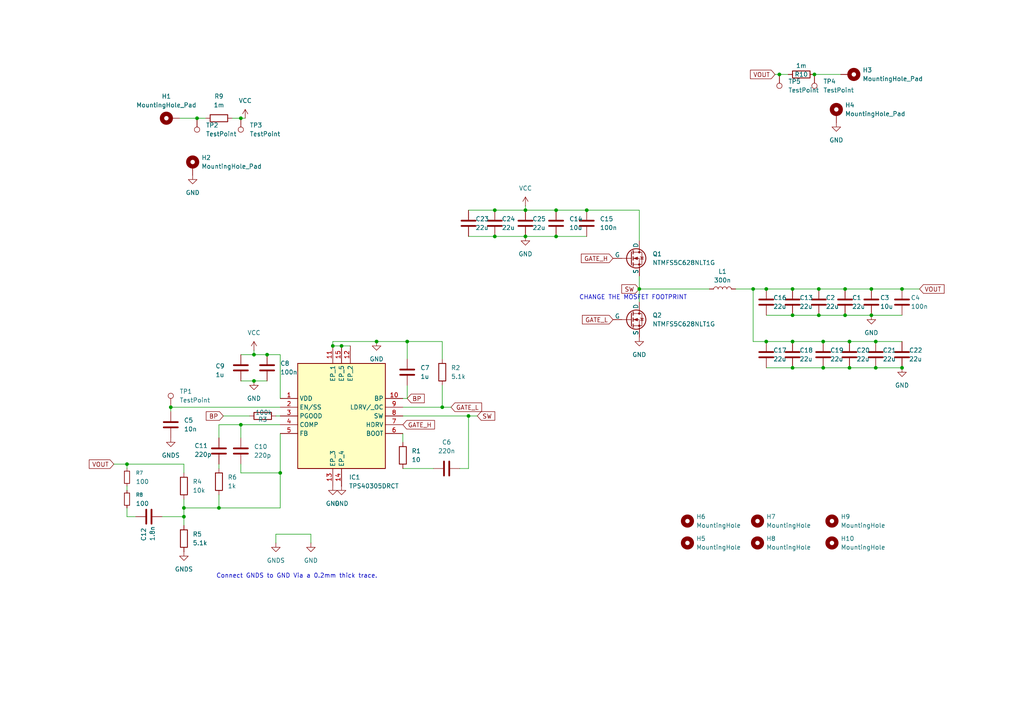
<source format=kicad_sch>
(kicad_sch (version 20250114) (generator "eeschema") (generator_version "9.0")
  (paper "A4")
  (lib_symbols
    (symbol "Connector:TestPoint" (pin_numbers (hide yes)) (pin_names (offset 0.762) (hide yes))
      (property "Reference" "TP" (at 0 6.858 0))
      (property "Value" "TestPoint" (at 0 5.08 0))
      (symbol "TestPoint_0_1"
        (circle (center 0 3.302) (radius 0.762))
      )
      (symbol "TestPoint_1_1"
        (pin passive line (at 0 0 90) (length 2.54) (name "1") (number "1"))
      )
    )
    (symbol "Converter_DCDC:TPS40305DRCT"
      (property "Reference" "IC" (at 31.75 15.24 0))
      (property "Value" "TPS40305DRCT" (at 31.75 12.7 0))
      (symbol "TPS40305DRCT_1_1"
        (rectangle (start 5.08 10.16) (end 30.48 -20.32) (stroke (width 0.254)) (fill (type background)))
        (pin passive line (at 0 0 0) (length 5.08) (name "VDD") (number "1"))
        (pin passive line (at 0 -2.54 0) (length 5.08) (name "EN/SS") (number "2"))
        (pin passive line (at 0 -5.08 0) (length 5.08) (name "PGOOD") (number "3"))
        (pin passive line (at 0 -7.62 0) (length 5.08) (name "COMP") (number "4"))
        (pin passive line (at 0 -10.16 0) (length 5.08) (name "FB") (number "5"))
        (pin passive line (at 15.24 15.24 270) (length 5.08) (name "EP_1") (number "11"))
        (pin passive line (at 15.24 -25.4 90) (length 5.08) (name "EP_3") (number "13"))
        (pin passive line (at 17.78 15.24 270) (length 5.08) (name "EP_5") (number "15"))
        (pin passive line (at 17.78 -25.4 90) (length 5.08) (name "EP_4") (number "14"))
        (pin passive line (at 20.32 15.24 270) (length 5.08) (name "EP_2") (number "12"))
        (pin passive line (at 35.56 0 180) (length 5.08) (name "BP") (number "10"))
        (pin passive line (at 35.56 -2.54 180) (length 5.08) (name "LDRV/_OC") (number "9"))
        (pin passive line (at 35.56 -5.08 180) (length 5.08) (name "SW") (number "8"))
        (pin passive line (at 35.56 -7.62 180) (length 5.08) (name "HDRV") (number "7"))
        (pin passive line (at 35.56 -10.16 180) (length 5.08) (name "BOOT") (number "6"))
      )
    )
    (symbol "Device:C" (pin_numbers (hide yes)) (pin_names (offset 0.254))
      (property "Reference" "C" (at 0.635 2.54 0))
      (property "Value" "C" (at 0.635 -2.54 0))
      (symbol "C_0_1"
        (polyline (pts (xy -2.032 0.762) (xy 2.032 0.762)) (stroke (width 0.508)))
        (polyline (pts (xy -2.032 -0.762) (xy 2.032 -0.762)) (stroke (width 0.508)))
      )
      (symbol "C_1_1"
        (pin passive line (at 0 3.81 270) (length 2.794) (name "~") (number "1"))
        (pin passive line (at 0 -3.81 90) (length 2.794) (name "~") (number "2"))
      )
    )
    (symbol "Device:L" (pin_numbers (hide yes)) (pin_names (offset 1.016) (hide yes))
      (property "Reference" "L" (at -1.27 0 90))
      (property "Value" "L" (at 1.905 0 90))
      (symbol "L_0_1"
        (arc (start 0 2.54) (mid 0.6323 1.905) (end 0 1.27))
        (arc (start 0 1.27) (mid 0.6323 0.635) (end 0 0))
        (arc (start 0 0) (mid 0.6323 -0.635) (end 0 -1.27))
        (arc (start 0 -1.27) (mid 0.6323 -1.905) (end 0 -2.54))
      )
      (symbol "L_1_1"
        (pin passive line (at 0 3.81 270) (length 1.27) (name "1") (number "1"))
        (pin passive line (at 0 -3.81 90) (length 1.27) (name "2") (number "2"))
      )
    )
    (symbol "Device:R" (pin_numbers (hide yes)) (pin_names (offset 0))
      (property "Reference" "R" (at 2.032 0 90))
      (property "Value" "R" (at 0 0 90))
      (symbol "R_0_1"
        (rectangle (start -1.016 -2.54) (end 1.016 2.54) (stroke (width 0.254)))
      )
      (symbol "R_1_1"
        (pin passive line (at 0 3.81 270) (length 1.27) (name "~") (number "1"))
        (pin passive line (at 0 -3.81 90) (length 1.27) (name "~") (number "2"))
      )
    )
    (symbol "Device:R_Small" (pin_numbers (hide yes)) (pin_names (offset 0.254) (hide yes))
      (property "Reference" "R" (at 0 0 90))
      (property "Value" "R_Small" (at 1.778 0 90))
      (symbol "R_Small_0_1"
        (rectangle (start -0.762 1.778) (end 0.762 -1.778) (stroke (width 0.2032)))
      )
      (symbol "R_Small_1_1"
        (pin passive line (at 0 2.54 270) (length 0.762) (name "~") (number "1"))
        (pin passive line (at 0 -2.54 90) (length 0.762) (name "~") (number "2"))
      )
    )
    (symbol "Mechanical:MountingHole" (pin_names (offset 1.016)) (in_bom no)
      (property "Reference" "H" (at 0 5.08 0))
      (property "Value" "MountingHole" (at 0 3.175 0))
      (symbol "MountingHole_0_1"
        (circle (center 0 0) (radius 1.27) (stroke (width 1.27)))
      )
    )
    (symbol "Mechanical:MountingHole_Pad" (pin_numbers (hide yes)) (pin_names (offset 1.016) (hide yes)) (in_bom no)
      (property "Reference" "H" (at 0 6.35 0))
      (property "Value" "MountingHole_Pad" (at 0 4.445 0))
      (symbol "MountingHole_Pad_0_1"
        (circle (center 0 1.27) (radius 1.27) (stroke (width 1.27)))
      )
      (symbol "MountingHole_Pad_1_1"
        (pin input line (at 0 -2.54 90) (length 2.54) (name "1") (number "1"))
      )
    )
    (symbol "Simulation_SPICE:NMOS" (pin_numbers (hide yes)) (pin_names (offset 0))
      (property "Reference" "Q1" (at 6.35 1.2701 0))
      (property "Value" "NMOS" (at 6.35 -1.2699 0))
      (symbol "NMOS_0_1"
        (polyline (pts (xy 0.254 1.905) (xy 0.254 -1.905)) (stroke (width 0.254)))
        (polyline (pts (xy 0.254 0) (xy -2.54 0)))
        (polyline (pts (xy 0.762 2.286) (xy 0.762 1.27)) (stroke (width 0.254)))
        (polyline (pts (xy 0.762 0.508) (xy 0.762 -0.508)) (stroke (width 0.254)))
        (polyline (pts (xy 0.762 -1.27) (xy 0.762 -2.286)) (stroke (width 0.254)))
        (polyline (pts (xy 0.762 -1.778) (xy 3.302 -1.778) (xy 3.302 1.778) (xy 0.762 1.778)))
        (polyline (pts (xy 1.016 0) (xy 2.032 0.381) (xy 2.032 -0.381) (xy 1.016 0)) (fill (type outline)))
        (circle (center 1.651 0) (radius 2.794) (stroke (width 0.254)))
        (polyline (pts (xy 2.54 2.54) (xy 2.54 1.778)))
        (circle (center 2.54 1.778) (radius 0.254) (fill (type outline)))
        (circle (center 2.54 -1.778) (radius 0.254) (fill (type outline)))
        (polyline (pts (xy 2.54 -2.54) (xy 2.54 0) (xy 0.762 0)))
        (polyline (pts (xy 2.794 0.508) (xy 2.921 0.381) (xy 3.683 0.381) (xy 3.81 0.254)))
        (polyline (pts (xy 3.302 0.381) (xy 2.921 -0.254) (xy 3.683 -0.254) (xy 3.302 0.381)))
      )
      (symbol "NMOS_1_1"
        (pin input line (at -5.08 0 0) (length 2.54) (name "G") (number "4"))
        (pin passive line (at 2.54 5.08 270) (length 2.54) (name "D") (number "5_6_7_8"))
        (pin passive line (at 2.54 -5.08 90) (length 2.54) (name "S") (number "1"))
        (pin passive line (at 2.54 -5.08 90) (length 2.54) (name "S") (number "2"))
        (pin passive line (at 2.54 -5.08 90) (length 2.54) (name "S") (number "3"))
      )
    )
    (symbol "power:GND" (power) (pin_numbers (hide yes)) (pin_names (offset 0) (hide yes))
      (property "Value" "GND" (at 0 -3.81 0))
      (symbol "GND_0_1"
        (polyline (pts (xy 0 0) (xy 0 -1.27) (xy 1.27 -1.27) (xy 0 -2.54) (xy -1.27 -1.27) (xy 0 -1.27)))
      )
      (symbol "GND_1_1"
        (pin power_in line (at 0 0 270) (length 0) (name "~") (number "1"))
      )
    )
    (symbol "power:GNDS" (power) (pin_numbers (hide yes)) (pin_names (offset 0) (hide yes))
      (property "Value" "GNDS" (at 0 -3.81 0))
      (symbol "GNDS_0_1"
        (polyline (pts (xy 0 0) (xy 0 -1.27) (xy 1.27 -1.27) (xy 0 -2.54) (xy -1.27 -1.27) (xy 0 -1.27)))
      )
      (symbol "GNDS_1_1"
        (pin power_in line (at 0 0 270) (length 0) (name "~") (number "1"))
      )
    )
    (symbol "power:VCC" (power) (pin_numbers (hide yes)) (pin_names (offset 0) (hide yes))
      (property "Value" "VCC" (at 0 3.556 0))
      (symbol "VCC_0_1"
        (polyline (pts (xy -0.762 1.27) (xy 0 2.54)))
        (polyline (pts (xy 0 2.54) (xy 0.762 1.27)))
        (polyline (pts (xy 0 0) (xy 0 2.54)))
      )
      (symbol "VCC_1_1"
        (pin power_in line (at 0 0 90) (length 0) (name "~") (number "1"))
      )
    )
  )
  (text "Connect GNDS to GND Via a 0.2mm thick trace." (at 86.106 167.132 0) (effects (font (size 1.27 1.27))))
  (text "CHANGE THE MOSFET FOOTPRINT" (at 183.642 86.36 0) (effects (font (size 1.27 1.27))))
  (junction (at 229.87 91.44))
  (junction (at 237.49 83.82))
  (junction (at 109.22 99.06))
  (junction (at 261.62 83.82))
  (junction (at 226.06 21.59))
  (junction (at 96.52 100.33))
  (junction (at 49.53 118.11))
  (junction (at 143.51 60.96))
  (junction (at 128.27 118.11))
  (junction (at 143.51 68.58))
  (junction (at 252.73 91.44))
  (junction (at 246.38 106.68))
  (junction (at 69.85 34.29))
  (junction (at 254 106.68))
  (junction (at 254 99.06))
  (junction (at 161.29 60.96))
  (junction (at 99.06 100.33))
  (junction (at 81.28 137.16))
  (junction (at 185.42 83.82))
  (junction (at 73.66 110.49))
  (junction (at 261.62 106.68))
  (junction (at 69.85 123.19))
  (junction (at 222.25 99.06))
  (junction (at 238.76 106.68))
  (junction (at 252.73 83.82))
  (junction (at 229.87 99.06))
  (junction (at 246.38 99.06))
  (junction (at 73.66 102.87))
  (junction (at 238.76 99.06))
  (junction (at 170.18 60.96))
  (junction (at 152.4 68.58))
  (junction (at 77.47 102.87))
  (junction (at 222.25 83.82))
  (junction (at 236.22 21.59))
  (junction (at 229.87 83.82))
  (junction (at 245.11 91.44))
  (junction (at 36.83 134.62))
  (junction (at 229.87 106.68))
  (junction (at 63.5 147.32))
  (junction (at 161.29 68.58))
  (junction (at 135.89 120.65))
  (junction (at 53.34 147.32))
  (junction (at 245.11 83.82))
  (junction (at 218.44 83.82))
  (junction (at 118.11 99.06))
  (junction (at 53.34 149.86))
  (junction (at 57.15 34.29))
  (junction (at 237.49 91.44))
  (junction (at 152.4 60.96))
  (wire (pts (xy 218.44 83.82) (xy 222.25 83.82)))
  (wire (pts (xy 237.49 91.44) (xy 245.11 91.44)))
  (wire (pts (xy 152.4 59.69) (xy 152.4 60.96)))
  (wire (pts (xy 118.11 111.76) (xy 118.11 115.57)))
  (wire (pts (xy 128.27 111.76) (xy 128.27 118.11)))
  (wire (pts (xy 143.51 68.58) (xy 152.4 68.58)))
  (wire (pts (xy 245.11 91.44) (xy 252.73 91.44)))
  (wire (pts (xy 222.25 99.06) (xy 229.87 99.06)))
  (wire (pts (xy 69.85 34.29) (xy 67.31 34.29)))
  (wire (pts (xy 80.01 157.48) (xy 80.01 154.94)))
  (wire (pts (xy 245.11 83.82) (xy 252.73 83.82)))
  (wire (pts (xy 236.22 21.59) (xy 243.84 21.59)))
  (wire (pts (xy 73.66 101.6) (xy 73.66 102.87)))
  (wire (pts (xy 254 99.06) (xy 261.62 99.06)))
  (wire (pts (xy 135.89 135.89) (xy 135.89 120.65)))
  (wire (pts (xy 73.66 110.49) (xy 77.47 110.49)))
  (wire (pts (xy 73.66 102.87) (xy 77.47 102.87)))
  (wire (pts (xy 128.27 99.06) (xy 118.11 99.06)))
  (wire (pts (xy 53.34 147.32) (xy 63.5 147.32)))
  (wire (pts (xy 116.84 135.89) (xy 125.73 135.89)))
  (wire (pts (xy 118.11 99.06) (xy 109.22 99.06)))
  (wire (pts (xy 63.5 143.51) (xy 63.5 147.32)))
  (wire (pts (xy 246.38 99.06) (xy 254 99.06)))
  (wire (pts (xy 63.5 127) (xy 63.5 123.19)))
  (wire (pts (xy 81.28 125.73) (xy 81.28 137.16)))
  (wire (pts (xy 261.62 91.44) (xy 252.73 91.44)))
  (wire (pts (xy 63.5 134.62) (xy 63.5 135.89)))
  (wire (pts (xy 213.36 83.82) (xy 218.44 83.82)))
  (wire (pts (xy 254 106.68) (xy 261.62 106.68)))
  (wire (pts (xy 63.5 123.19) (xy 69.85 123.19)))
  (wire (pts (xy 135.89 68.58) (xy 143.51 68.58)))
  (wire (pts (xy 152.4 68.58) (xy 161.29 68.58)))
  (wire (pts (xy 185.42 60.96) (xy 185.42 69.85)))
  (wire (pts (xy 69.85 110.49) (xy 73.66 110.49)))
  (wire (pts (xy 46.99 149.86) (xy 53.34 149.86)))
  (wire (pts (xy 96.52 100.33) (xy 99.06 100.33)))
  (wire (pts (xy 116.84 118.11) (xy 128.27 118.11)))
  (wire (pts (xy 63.5 147.32) (xy 81.28 147.32)))
  (wire (pts (xy 246.38 106.68) (xy 254 106.68)))
  (wire (pts (xy 69.85 134.62) (xy 69.85 137.16)))
  (wire (pts (xy 53.34 144.78) (xy 53.34 147.32)))
  (wire (pts (xy 109.22 99.06) (xy 96.52 99.06)))
  (wire (pts (xy 99.06 100.33) (xy 101.6 100.33)))
  (wire (pts (xy 118.11 104.14) (xy 118.11 99.06)))
  (wire (pts (xy 170.18 60.96) (xy 185.42 60.96)))
  (wire (pts (xy 90.17 154.94) (xy 90.17 157.48)))
  (wire (pts (xy 53.34 149.86) (xy 53.34 147.32)))
  (wire (pts (xy 77.47 102.87) (xy 81.28 102.87)))
  (wire (pts (xy 218.44 83.82) (xy 218.44 99.06)))
  (wire (pts (xy 36.83 149.86) (xy 39.37 149.86)))
  (wire (pts (xy 96.52 99.06) (xy 96.52 100.33)))
  (wire (pts (xy 133.35 135.89) (xy 135.89 135.89)))
  (wire (pts (xy 135.89 60.96) (xy 143.51 60.96)))
  (wire (pts (xy 80.01 154.94) (xy 90.17 154.94)))
  (wire (pts (xy 116.84 125.73) (xy 116.84 128.27)))
  (wire (pts (xy 229.87 91.44) (xy 237.49 91.44)))
  (wire (pts (xy 80.01 120.65) (xy 81.28 120.65)))
  (wire (pts (xy 36.83 134.62) (xy 53.34 134.62)))
  (wire (pts (xy 53.34 134.62) (xy 53.34 137.16)))
  (wire (pts (xy 69.85 137.16) (xy 81.28 137.16)))
  (wire (pts (xy 252.73 83.82) (xy 261.62 83.82)))
  (wire (pts (xy 116.84 120.65) (xy 135.89 120.65)))
  (wire (pts (xy 135.89 120.65) (xy 138.43 120.65)))
  (wire (pts (xy 64.77 120.65) (xy 72.39 120.65)))
  (wire (pts (xy 128.27 118.11) (xy 130.81 118.11)))
  (wire (pts (xy 69.85 123.19) (xy 81.28 123.19)))
  (wire (pts (xy 222.25 91.44) (xy 229.87 91.44)))
  (wire (pts (xy 218.44 99.06) (xy 222.25 99.06)))
  (wire (pts (xy 118.11 115.57) (xy 116.84 115.57)))
  (wire (pts (xy 49.53 118.11) (xy 49.53 119.38)))
  (wire (pts (xy 69.85 127) (xy 69.85 123.19)))
  (wire (pts (xy 161.29 68.58) (xy 170.18 68.58)))
  (wire (pts (xy 229.87 99.06) (xy 238.76 99.06)))
  (wire (pts (xy 143.51 60.96) (xy 152.4 60.96)))
  (wire (pts (xy 238.76 99.06) (xy 246.38 99.06)))
  (wire (pts (xy 59.69 34.29) (xy 57.15 34.29)))
  (wire (pts (xy 161.29 60.96) (xy 170.18 60.96)))
  (wire (pts (xy 33.02 134.62) (xy 36.83 134.62)))
  (wire (pts (xy 152.4 60.96) (xy 161.29 60.96)))
  (wire (pts (xy 261.62 83.82) (xy 266.7 83.82)))
  (wire (pts (xy 205.74 83.82) (xy 185.42 83.82)))
  (wire (pts (xy 81.28 102.87) (xy 81.28 115.57)))
  (wire (pts (xy 226.06 21.59) (xy 228.6 21.59)))
  (wire (pts (xy 222.25 83.82) (xy 229.87 83.82)))
  (wire (pts (xy 222.25 106.68) (xy 229.87 106.68)))
  (wire (pts (xy 224.79 21.59) (xy 226.06 21.59)))
  (wire (pts (xy 238.76 106.68) (xy 246.38 106.68)))
  (wire (pts (xy 237.49 83.82) (xy 245.11 83.82)))
  (wire (pts (xy 185.42 80.01) (xy 185.42 83.82)))
  (wire (pts (xy 53.34 149.86) (xy 53.34 152.4)))
  (wire (pts (xy 36.83 134.62) (xy 36.83 135.89)))
  (wire (pts (xy 185.42 83.82) (xy 185.42 87.63)))
  (wire (pts (xy 57.15 34.29) (xy 52.07 34.29)))
  (wire (pts (xy 128.27 104.14) (xy 128.27 99.06)))
  (wire (pts (xy 36.83 149.86) (xy 36.83 147.32)))
  (wire (pts (xy 69.85 102.87) (xy 73.66 102.87)))
  (wire (pts (xy 36.83 140.97) (xy 36.83 142.24)))
  (wire (pts (xy 81.28 137.16) (xy 81.28 147.32)))
  (wire (pts (xy 229.87 83.82) (xy 237.49 83.82)))
  (wire (pts (xy 81.28 118.11) (xy 49.53 118.11)))
  (wire (pts (xy 229.87 106.68) (xy 238.76 106.68)))
  (wire (pts (xy 71.12 34.29) (xy 69.85 34.29)))
  (global_label "BP" (shape input) (at 118.11 115.57 0) (property "Intersheetrefs" "${INTERSHEET_REFS}" (effects (hide yes))))
  (global_label "SW" (shape input) (at 185.42 83.82 180) (property "Intersheetrefs" "${INTERSHEET_REFS}" (effects (hide yes))))
  (global_label "GATE_H" (shape input) (at 177.8 74.93 180) (property "Intersheetrefs" "${INTERSHEET_REFS}" (effects (hide yes))))
  (global_label "BP" (shape input) (at 64.77 120.65 180) (property "Intersheetrefs" "${INTERSHEET_REFS}" (effects (hide yes))))
  (global_label "VOUT" (shape input) (at 33.02 134.62 180) (property "Intersheetrefs" "${INTERSHEET_REFS}" (effects (hide yes))))
  (global_label "VOUT" (shape input) (at 266.7 83.82 0) (property "Intersheetrefs" "${INTERSHEET_REFS}" (effects (hide yes))))
  (global_label "GATE_L" (shape input) (at 177.8 92.71 180) (property "Intersheetrefs" "${INTERSHEET_REFS}" (effects (hide yes))))
  (global_label "SW" (shape input) (at 138.43 120.65 0) (property "Intersheetrefs" "${INTERSHEET_REFS}" (effects (hide yes))))
  (global_label "GATE_L" (shape input) (at 130.81 118.11 0) (property "Intersheetrefs" "${INTERSHEET_REFS}" (effects (hide yes))))
  (global_label "GATE_H" (shape input) (at 116.84 123.19 0) (property "Intersheetrefs" "${INTERSHEET_REFS}" (effects (hide yes))))
  (global_label "VOUT" (shape input) (at 224.79 21.59 180) (property "Intersheetrefs" "${INTERSHEET_REFS}" (effects (hide yes))))
  (symbol (lib_id "power:GND") (at 185.42 97.79 0) (unit 1)
    (property "Reference" "#PWR01" (effects (hide yes)))
    (property "Value" "GND" (at 185.42 102.87 0))
    (property "Description" "Power symbol creates a global label with name \"GND\" , ground" (effects (hide yes)))
  )
  (symbol (lib_id "Connector:TestPoint") (at 69.85 34.29 180) (unit 1)
    (property "Reference" "TP3" (at 72.4076 36.3219 0) (effects (justify right)))
    (property "Value" "TestPoint" (at 72.4076 38.8619 0) (effects (justify right)))
    (property "Footprint" "TestPoint:TestPoint_Pad_D2.0mm" (effects (hide yes)))
    (property "Description" "test point" (effects (hide yes)))
  )
  (symbol (lib_id "power:GND") (at 109.22 99.06 0) (unit 1)
    (property "Reference" "#PWR010" (effects (hide yes)))
    (property "Value" "GND" (at 109.22 104.14 0))
    (property "Description" "Power symbol creates a global label with name \"GND\" , ground" (effects (hide yes)))
  )
  (symbol (lib_id "Device:C") (at 229.87 102.87 0) (unit 1)
    (property "Reference" "C18" (at 231.902 101.6 0) (effects (justify left)))
    (property "Value" "22u" (at 231.902 104.14 0) (effects (justify left)))
    (property "Footprint" "Capacitor_SMD:C_0805_2012Metric" (effects (hide yes)))
    (property "Description" "Unpolarized capacitor" (effects (hide yes)))
  )
  (symbol (lib_id "Mechanical:MountingHole_Pad") (at 55.88 48.26 0) (unit 1) (in_bom no)
    (property "Reference" "H2" (at 58.42 45.7199 0) (effects (justify left)))
    (property "Value" "MountingHole_Pad" (at 58.42 48.2599 0) (effects (justify left)))
    (property "Footprint" "MountingHole:MountingHole_2.5mm_Pad_Via" (effects (hide yes)))
    (property "Description" "Mounting Hole with connection" (effects (hide yes)))
  )
  (symbol (lib_id "Device:C") (at 261.62 87.63 0) (unit 1)
    (property "Reference" "C4" (at 264.16 86.36 0) (effects (justify left)))
    (property "Value" "100n" (at 264.16 88.9 0) (effects (justify left)))
    (property "Footprint" "Capacitor_SMD:C_0402_1005Metric" (effects (hide yes)))
    (property "Description" "Unpolarized capacitor" (effects (hide yes)))
  )
  (symbol (lib_id "Connector:TestPoint") (at 49.53 118.11 0) (unit 1)
    (property "Reference" "TP1" (at 52.07 113.5379 0) (effects (justify left)))
    (property "Value" "TestPoint" (at 52.07 116.0779 0) (effects (justify left)))
    (property "Footprint" "TestPoint:TestPoint_Pad_D1.0mm" (effects (hide yes)))
    (property "Description" "test point" (effects (hide yes)))
  )
  (symbol (lib_id "Device:C") (at 43.18 149.86 90) (unit 1)
    (property "Reference" "C12" (at 41.656 156.972 0) (effects (justify left)))
    (property "Value" "1.8n" (at 44.196 156.972 0) (effects (justify left)))
    (property "Footprint" "Capacitor_SMD:C_0402_1005Metric" (effects (hide yes)))
    (property "Description" "Unpolarized capacitor" (effects (hide yes)))
  )
  (symbol (lib_id "Device:C") (at 238.76 102.87 0) (unit 1)
    (property "Reference" "C19" (at 240.792 101.6 0) (effects (justify left)))
    (property "Value" "22u" (at 240.792 104.14 0) (effects (justify left)))
    (property "Footprint" "Capacitor_SMD:C_0805_2012Metric" (effects (hide yes)))
    (property "Description" "Unpolarized capacitor" (effects (hide yes)))
  )
  (symbol (lib_id "Device:C") (at 135.89 64.77 0) (unit 1)
    (property "Reference" "C23" (at 137.922 63.5 0) (effects (justify left)))
    (property "Value" "22u" (at 137.922 66.04 0) (effects (justify left)))
    (property "Footprint" "Capacitor_SMD:C_0805_2012Metric" (effects (hide yes)))
    (property "Description" "Unpolarized capacitor" (effects (hide yes)))
  )
  (symbol (lib_id "Connector:TestPoint") (at 236.22 21.59 180) (unit 1)
    (property "Reference" "TP4" (at 238.7776 23.6219 0) (effects (justify right)))
    (property "Value" "TestPoint" (at 238.7776 26.1619 0) (effects (justify right)))
    (property "Footprint" "TestPoint:TestPoint_Pad_D2.0mm" (effects (hide yes)))
    (property "Description" "test point" (effects (hide yes)))
  )
  (symbol (lib_id "Connector:TestPoint") (at 226.06 21.59 180) (unit 1)
    (property "Reference" "TP5" (at 228.6176 23.6219 0) (effects (justify right)))
    (property "Value" "TestPoint" (at 228.6176 26.1619 0) (effects (justify right)))
    (property "Footprint" "TestPoint:TestPoint_Pad_D2.0mm" (effects (hide yes)))
    (property "Description" "test point" (effects (hide yes)))
  )
  (symbol (lib_id "Device:C") (at 222.25 87.63 0) (unit 1)
    (property "Reference" "C16" (at 224.282 86.36 0) (effects (justify left)))
    (property "Value" "22u" (at 224.282 88.9 0) (effects (justify left)))
    (property "Footprint" "Capacitor_SMD:C_0805_2012Metric" (effects (hide yes)))
    (property "Description" "Unpolarized capacitor" (effects (hide yes)))
  )
  (symbol (lib_id "Device:L") (at 209.55 83.82 90) (unit 1)
    (property "Reference" "L1" (at 209.55 78.74 90))
    (property "Value" "300n" (at 209.55 81.28 90))
    (property "Description" "Inductor" (effects (hide yes)))
  )
  (symbol (lib_id "power:GND") (at 99.06 140.97 0) (unit 1)
    (property "Reference" "#PWR09" (effects (hide yes)))
    (property "Value" "GND" (at 99.06 146.05 0))
    (property "Description" "Power symbol creates a global label with name \"GND\" , ground" (effects (hide yes)))
  )
  (symbol (lib_id "Connector:TestPoint") (at 57.15 34.29 180) (unit 1)
    (property "Reference" "TP2" (at 59.7076 36.3219 0) (effects (justify right)))
    (property "Value" "TestPoint" (at 59.7076 38.8619 0) (effects (justify right)))
    (property "Footprint" "TestPoint:TestPoint_Pad_D2.0mm" (effects (hide yes)))
    (property "Description" "test point" (effects (hide yes)))
  )
  (symbol (lib_id "Mechanical:MountingHole") (at 199.39 157.48 0) (unit 1) (in_bom no)
    (property "Reference" "H5" (at 201.93 156.2099 0) (effects (justify left)))
    (property "Value" "MountingHole" (at 201.93 158.7499 0) (effects (justify left)))
    (property "Footprint" "MountingHole:MountingHole_2.5mm" (effects (hide yes)))
    (property "Description" "Mounting Hole without connection" (effects (hide yes)))
  )
  (symbol (lib_id "power:GNDS") (at 53.34 160.02 0) (unit 1)
    (property "Reference" "#PWR015" (effects (hide yes)))
    (property "Value" "GNDS" (at 53.34 165.1 0))
    (property "Description" "Power symbol creates a global label with name \"GNDS\" , signal ground" (effects (hide yes)))
  )
  (symbol (lib_id "power:GND") (at 73.66 110.49 0) (unit 1)
    (property "Reference" "#PWR011" (effects (hide yes)))
    (property "Value" "GND" (at 73.66 115.57 0))
    (property "Description" "Power symbol creates a global label with name \"GND\" , ground" (effects (hide yes)))
  )
  (symbol (lib_id "Mechanical:MountingHole_Pad") (at 49.53 34.29 90) (unit 1) (in_bom no)
    (property "Reference" "H1" (at 48.26 27.94 90))
    (property "Value" "MountingHole_Pad" (at 48.26 30.48 90))
    (property "Footprint" "MountingHole:MountingHole_2.5mm_Pad_Via" (effects (hide yes)))
    (property "Description" "Mounting Hole with connection" (effects (hide yes)))
  )
  (symbol (lib_id "Device:C") (at 237.49 87.63 0) (unit 1)
    (property "Reference" "C2" (at 239.522 86.36 0) (effects (justify left)))
    (property "Value" "22u" (at 239.522 88.9 0) (effects (justify left)))
    (property "Footprint" "Capacitor_SMD:C_0805_2012Metric" (effects (hide yes)))
    (property "Description" "Unpolarized capacitor" (effects (hide yes)))
  )
  (symbol (lib_id "Device:C") (at 69.85 106.68 0) (unit 1)
    (property "Reference" "C9" (at 62.484 106.172 0) (effects (justify left)))
    (property "Value" "1u" (at 62.484 108.712 0) (effects (justify left)))
    (property "Footprint" "Capacitor_SMD:C_0402_1005Metric" (effects (hide yes)))
    (property "Description" "Unpolarized capacitor" (effects (hide yes)))
  )
  (symbol (lib_id "power:VCC") (at 73.66 101.6 0) (unit 1)
    (property "Reference" "#PWR06" (effects (hide yes)))
    (property "Value" "VCC" (at 73.66 96.52 0))
    (property "Description" "Power symbol creates a global label with name \"VCC\"" (effects (hide yes)))
  )
  (symbol (lib_id "Device:C") (at 143.51 64.77 0) (unit 1)
    (property "Reference" "C24" (at 145.542 63.5 0) (effects (justify left)))
    (property "Value" "22u" (at 145.542 66.04 0) (effects (justify left)))
    (property "Footprint" "Capacitor_SMD:C_0805_2012Metric" (effects (hide yes)))
    (property "Description" "Unpolarized capacitor" (effects (hide yes)))
  )
  (symbol (lib_id "Simulation_SPICE:NMOS") (at 182.88 92.71 0) (unit 1)
    (property "Reference" "Q2" (at 189.23 91.4399 0) (effects (justify left)))
    (property "Value" "NTMFS5C628NLT1G" (at 189.23 93.9799 0) (effects (justify left)))
    (property "Footprint" "imported:TRANS_AONR21307" (effects (hide yes)))
    (property "Datasheet" "https://ngspice.sourceforge.io/docs/ngspice-html-manual/manual.xhtml#cha_MOSFETs" (effects (hide yes)))
    (property "Description" "N-MOSFET transistor, drain/source/gate" (effects (hide yes)))
    (property "Sim.Device" "NMOS" (effects (hide yes)))
    (property "Sim.Type" "VDMOS" (effects (hide yes)))
    (property "Sim.Pins" "1=D 2=G 3=S" (effects (hide yes)))
  )
  (symbol (lib_id "power:VCC") (at 152.4 59.69 0) (unit 1)
    (property "Reference" "#PWR04" (effects (hide yes)))
    (property "Value" "VCC" (at 152.4 54.61 0))
    (property "Description" "Power symbol creates a global label with name \"VCC\"" (effects (hide yes)))
  )
  (symbol (lib_id "Mechanical:MountingHole_Pad") (at 246.38 21.59 270) (unit 1) (in_bom no)
    (property "Reference" "H3" (at 250.19 20.3199 90) (effects (justify left)))
    (property "Value" "MountingHole_Pad" (at 250.19 22.8599 90) (effects (justify left)))
    (property "Footprint" "MountingHole:MountingHole_2.5mm_Pad_Via" (effects (hide yes)))
    (property "Description" "Mounting Hole with connection" (effects (hide yes)))
  )
  (symbol (lib_id "Device:C") (at 261.62 102.87 0) (unit 1)
    (property "Reference" "C22" (at 263.652 101.6 0) (effects (justify left)))
    (property "Value" "22u" (at 263.652 104.14 0) (effects (justify left)))
    (property "Footprint" "Capacitor_SMD:C_0805_2012Metric" (effects (hide yes)))
    (property "Description" "Unpolarized capacitor" (effects (hide yes)))
  )
  (symbol (lib_id "power:GNDS") (at 49.53 127 0) (unit 1)
    (property "Reference" "#PWR07" (effects (hide yes)))
    (property "Value" "GNDS" (at 49.53 132.08 0))
    (property "Description" "Power symbol creates a global label with name \"GNDS\" , signal ground" (effects (hide yes)))
  )
  (symbol (lib_id "power:GNDS") (at 80.01 157.48 0) (unit 1)
    (property "Reference" "#PWR012" (effects (hide yes)))
    (property "Value" "GNDS" (at 80.01 162.56 0))
    (property "Description" "Power symbol creates a global label with name \"GNDS\" , signal ground" (effects (hide yes)))
  )
  (symbol (lib_id "Mechanical:MountingHole") (at 241.3 151.13 0) (unit 1) (in_bom no)
    (property "Reference" "H9" (at 243.84 149.8599 0) (effects (justify left)))
    (property "Value" "MountingHole" (at 243.84 152.3999 0) (effects (justify left)))
    (property "Footprint" "MountingHole:MountingHole_2.5mm" (effects (hide yes)))
    (property "Description" "Mounting Hole without connection" (effects (hide yes)))
  )
  (symbol (lib_id "Device:C") (at 69.85 130.81 0) (unit 1)
    (property "Reference" "C10" (at 73.66 129.5399 0) (effects (justify left)))
    (property "Value" "220p" (at 73.66 132.0799 0) (effects (justify left)))
    (property "Footprint" "Capacitor_SMD:C_0402_1005Metric" (effects (hide yes)))
    (property "Description" "Unpolarized capacitor" (effects (hide yes)))
  )
  (symbol (lib_id "power:GND") (at 261.62 106.68 0) (unit 1)
    (property "Reference" "#PWR03" (effects (hide yes)))
    (property "Value" "GND" (at 261.62 111.76 0))
    (property "Description" "Power symbol creates a global label with name \"GND\" , ground" (effects (hide yes)))
  )
  (symbol (lib_id "Mechanical:MountingHole") (at 241.3 157.48 0) (unit 1) (in_bom no)
    (property "Reference" "H10" (at 243.84 156.2099 0) (effects (justify left)))
    (property "Value" "MountingHole" (at 243.84 158.7499 0) (effects (justify left)))
    (property "Footprint" "MountingHole:MountingHole_2.5mm" (effects (hide yes)))
    (property "Description" "Mounting Hole without connection" (effects (hide yes)))
  )
  (symbol (lib_id "Device:C") (at 77.47 106.68 0) (unit 1)
    (property "Reference" "C8" (at 81.28 105.4099 0) (effects (justify left)))
    (property "Value" "100n" (at 81.28 107.9499 0) (effects (justify left)))
    (property "Footprint" "Capacitor_SMD:C_0402_1005Metric" (effects (hide yes)))
    (property "Description" "Unpolarized capacitor" (effects (hide yes)))
  )
  (symbol (lib_id "Device:C") (at 252.73 87.63 0) (unit 1)
    (property "Reference" "C3" (at 255.27 86.36 0) (effects (justify left)))
    (property "Value" "10u" (at 255.27 88.9 0) (effects (justify left)))
    (property "Footprint" "Capacitor_SMD:C_0603_1608Metric" (effects (hide yes)))
    (property "Description" "Unpolarized capacitor" (effects (hide yes)))
  )
  (symbol (lib_id "Device:R") (at 232.41 21.59 270) (unit 1)
    (property "Reference" "R10" (at 232.41 21.59 90))
    (property "Value" "1m" (at 232.41 19.05 90))
    (property "Footprint" "Resistor_SMD:R_1206_3216Metric" (effects (hide yes)))
    (property "Description" "Resistor" (effects (hide yes)))
  )
  (symbol (lib_id "Device:C") (at 229.87 87.63 0) (unit 1)
    (property "Reference" "C13" (at 231.902 86.36 0) (effects (justify left)))
    (property "Value" "22u" (at 231.902 88.9 0) (effects (justify left)))
    (property "Footprint" "Capacitor_SMD:C_0805_2012Metric" (effects (hide yes)))
    (property "Description" "Unpolarized capacitor" (effects (hide yes)))
  )
  (symbol (lib_id "Device:C") (at 170.18 64.77 0) (unit 1)
    (property "Reference" "C15" (at 173.99 63.4999 0) (effects (justify left)))
    (property "Value" "100n" (at 173.99 66.0399 0) (effects (justify left)))
    (property "Footprint" "Capacitor_SMD:C_0402_1005Metric" (effects (hide yes)))
    (property "Description" "Unpolarized capacitor" (effects (hide yes)))
  )
  (symbol (lib_id "Mechanical:MountingHole") (at 199.39 151.13 0) (unit 1) (in_bom no)
    (property "Reference" "H6" (at 201.93 149.8599 0) (effects (justify left)))
    (property "Value" "MountingHole" (at 201.93 152.3999 0) (effects (justify left)))
    (property "Footprint" "MountingHole:MountingHole_2.5mm" (effects (hide yes)))
    (property "Description" "Mounting Hole without connection" (effects (hide yes)))
  )
  (symbol (lib_id "Converter_DCDC:TPS40305DRCT") (at 81.28 115.57 0) (unit 1)
    (property "Reference" "IC1" (at 101.2033 138.43 0) (effects (justify left)))
    (property "Value" "TPS40305DRCT" (at 101.2033 140.97 0) (effects (justify left)))
    (property "Footprint" "imported:TPS40305DRCT" (effects (hide yes)))
    (property "Datasheet" "https://www.ti.com/lit/gpn/tps40305?HQS=ti-null-null-sf-df-pf-sep-wwe&DCM=yes?hkey=EF798316E3902B6ED9A73243A3159BB0" (effects (hide yes)))
    (property "Description" "3-20V Synchronous Buck Controller VSON10" (effects (hide yes)))
    (property "Height" "1" (effects (hide yes)))
    (property "Mouser Part Number" "595-TPS40305DRCT" (effects (hide yes)))
    (property "Mouser Price/Stock" "https://www.mouser.co.uk/ProductDetail/Texas-Instruments/TPS40305DRCT?qs=%2Fqzd9s%252BcLd6HGzrp6N31Wg%3D%3D" (effects (hide yes)))
    (property "Manufacturer_Name" "Texas Instruments" (effects (hide yes)))
    (property "Manufacturer_Part_Number" "TPS40305DRCT" (effects (hide yes)))
  )
  (symbol (lib_id "power:GND") (at 55.88 50.8 0) (unit 1)
    (property "Reference" "#PWR017" (effects (hide yes)))
    (property "Value" "GND" (at 55.88 55.88 0))
    (property "Description" "Power symbol creates a global label with name \"GND\" , ground" (effects (hide yes)))
  )
  (symbol (lib_id "Device:C") (at 63.5 130.81 0) (unit 1)
    (property "Reference" "C11" (at 56.388 129.286 0) (effects (justify left)))
    (property "Value" "220p" (at 56.388 131.826 0) (effects (justify left)))
    (property "Footprint" "Capacitor_SMD:C_0402_1005Metric" (effects (hide yes)))
    (property "Description" "Unpolarized capacitor" (effects (hide yes)))
  )
  (symbol (lib_id "Device:C") (at 152.4 64.77 0) (unit 1)
    (property "Reference" "C25" (at 154.432 63.5 0) (effects (justify left)))
    (property "Value" "22u" (at 154.432 66.04 0) (effects (justify left)))
    (property "Footprint" "Capacitor_SMD:C_0805_2012Metric" (effects (hide yes)))
    (property "Description" "Unpolarized capacitor" (effects (hide yes)))
  )
  (symbol (lib_id "Device:C") (at 254 102.87 0) (unit 1)
    (property "Reference" "C21" (at 256.032 101.6 0) (effects (justify left)))
    (property "Value" "22u" (at 256.032 104.14 0) (effects (justify left)))
    (property "Footprint" "Capacitor_SMD:C_0805_2012Metric" (effects (hide yes)))
    (property "Description" "Unpolarized capacitor" (effects (hide yes)))
  )
  (symbol (lib_id "Device:R") (at 128.27 107.95 0) (unit 1)
    (property "Reference" "R2" (at 130.81 106.6799 0) (effects (justify left)))
    (property "Value" "5.1k" (at 130.81 109.2199 0) (effects (justify left)))
    (property "Footprint" "Resistor_SMD:R_0402_1005Metric" (effects (hide yes)))
    (property "Description" "Resistor" (effects (hide yes)))
  )
  (symbol (lib_id "Device:C") (at 129.54 135.89 90) (unit 1)
    (property "Reference" "C6" (at 129.54 128.27 90))
    (property "Value" "220n" (at 129.54 130.81 90))
    (property "Footprint" "Capacitor_SMD:C_0402_1005Metric" (effects (hide yes)))
    (property "Description" "Unpolarized capacitor" (effects (hide yes)))
  )
  (symbol (lib_id "power:GND") (at 252.73 91.44 0) (unit 1)
    (property "Reference" "#PWR05" (effects (hide yes)))
    (property "Value" "GND" (at 252.73 96.52 0))
    (property "Description" "Power symbol creates a global label with name \"GND\" , ground" (effects (hide yes)))
  )
  (symbol (lib_id "Device:R") (at 116.84 132.08 0) (unit 1)
    (property "Reference" "R1" (at 119.38 130.8099 0) (effects (justify left)))
    (property "Value" "10" (at 119.38 133.3499 0) (effects (justify left)))
    (property "Footprint" "Resistor_SMD:R_0402_1005Metric" (effects (hide yes)))
    (property "Description" "Resistor" (effects (hide yes)))
  )
  (symbol (lib_id "Device:C") (at 49.53 123.19 0) (unit 1)
    (property "Reference" "C5" (at 53.34 121.9199 0) (effects (justify left)))
    (property "Value" "10n" (at 53.34 124.4599 0) (effects (justify left)))
    (property "Footprint" "Capacitor_SMD:C_0402_1005Metric" (effects (hide yes)))
    (property "Description" "Unpolarized capacitor" (effects (hide yes)))
  )
  (symbol (lib_id "Device:R") (at 76.2 120.65 270) (unit 1)
    (property "Reference" "R3" (at 76.2 121.666 90))
    (property "Value" "100k" (at 76.454 119.634 90))
    (property "Footprint" "Resistor_SMD:R_0402_1005Metric" (effects (hide yes)))
    (property "Description" "Resistor" (effects (hide yes)))
  )
  (symbol (lib_id "Mechanical:MountingHole_Pad") (at 242.57 33.02 0) (unit 1) (in_bom no)
    (property "Reference" "H4" (at 245.11 30.4799 0) (effects (justify left)))
    (property "Value" "MountingHole_Pad" (at 245.11 33.0199 0) (effects (justify left)))
    (property "Footprint" "MountingHole:MountingHole_2.5mm_Pad_Via" (effects (hide yes)))
    (property "Description" "Mounting Hole with connection" (effects (hide yes)))
  )
  (symbol (lib_id "Device:R") (at 63.5 34.29 90) (unit 1)
    (property "Reference" "R9" (at 63.5 27.94 90))
    (property "Value" "1m" (at 63.5 30.48 90))
    (property "Footprint" "Resistor_SMD:R_1206_3216Metric" (effects (hide yes)))
    (property "Description" "Resistor" (effects (hide yes)))
  )
  (symbol (lib_id "power:GND") (at 152.4 68.58 0) (unit 1)
    (property "Reference" "#PWR013" (effects (hide yes)))
    (property "Value" "GND" (at 152.4 73.66 0))
    (property "Description" "Power symbol creates a global label with name \"GND\" , ground" (effects (hide yes)))
  )
  (symbol (lib_id "Device:R") (at 63.5 139.7 0) (unit 1)
    (property "Reference" "R6" (at 66.04 138.4299 0) (effects (justify left)))
    (property "Value" "1k" (at 66.04 140.9699 0) (effects (justify left)))
    (property "Footprint" "Resistor_SMD:R_0402_1005Metric" (effects (hide yes)))
    (property "Description" "Resistor" (effects (hide yes)))
  )
  (symbol (lib_id "Device:C") (at 118.11 107.95 180) (unit 1)
    (property "Reference" "C7" (at 121.92 106.6799 0) (effects (justify right)))
    (property "Value" "1u" (at 121.92 109.2199 0) (effects (justify right)))
    (property "Footprint" "Capacitor_SMD:C_0402_1005Metric" (effects (hide yes)))
    (property "Description" "Unpolarized capacitor" (effects (hide yes)))
  )
  (symbol (lib_id "Device:C") (at 222.25 102.87 0) (unit 1)
    (property "Reference" "C17" (at 224.282 101.6 0) (effects (justify left)))
    (property "Value" "22u" (at 224.282 104.14 0) (effects (justify left)))
    (property "Footprint" "Capacitor_SMD:C_0805_2012Metric" (effects (hide yes)))
    (property "Description" "Unpolarized capacitor" (effects (hide yes)))
  )
  (symbol (lib_id "Device:R") (at 53.34 156.21 0) (unit 1)
    (property "Reference" "R5" (at 55.88 154.9399 0) (effects (justify left)))
    (property "Value" "5.1k" (at 55.88 157.4799 0) (effects (justify left)))
    (property "Footprint" "Resistor_SMD:R_0402_1005Metric" (effects (hide yes)))
    (property "Description" "Resistor" (effects (hide yes)))
  )
  (symbol (lib_id "power:VCC") (at 71.12 34.29 0) (unit 1)
    (property "Reference" "#PWR02" (effects (hide yes)))
    (property "Value" "VCC" (at 71.12 29.21 0))
    (property "Description" "Power symbol creates a global label with name \"VCC\"" (effects (hide yes)))
  )
  (symbol (lib_id "Device:R_Small") (at 36.83 138.43 0) (unit 1)
    (property "Reference" "R7" (at 39.37 137.1599 0) (effects (font (size 1.016 1.016)) (justify left)))
    (property "Value" "100" (at 39.37 139.6999 0) (effects (justify left)))
    (property "Footprint" "Resistor_SMD:R_0402_1005Metric" (effects (hide yes)))
    (property "Description" "Resistor, small symbol" (effects (hide yes)))
  )
  (symbol (lib_id "power:GND") (at 90.17 157.48 0) (unit 1)
    (property "Reference" "#PWR016" (effects (hide yes)))
    (property "Value" "GND" (at 90.17 162.56 0))
    (property "Description" "Power symbol creates a global label with name \"GND\" , ground" (effects (hide yes)))
  )
  (symbol (lib_id "Device:R") (at 53.34 140.97 0) (unit 1)
    (property "Reference" "R4" (at 55.88 139.6999 0) (effects (justify left)))
    (property "Value" "10k" (at 55.88 142.2399 0) (effects (justify left)))
    (property "Footprint" "Resistor_SMD:R_0402_1005Metric" (effects (hide yes)))
    (property "Description" "Resistor" (effects (hide yes)))
  )
  (symbol (lib_id "Device:R_Small") (at 36.83 144.78 0) (unit 1)
    (property "Reference" "R8" (at 39.37 143.5099 0) (effects (font (size 1.016 1.016)) (justify left)))
    (property "Value" "100" (at 39.37 146.0499 0) (effects (justify left)))
    (property "Footprint" "Resistor_SMD:R_0402_1005Metric" (effects (hide yes)))
    (property "Description" "Resistor, small symbol" (effects (hide yes)))
  )
  (symbol (lib_id "Simulation_SPICE:NMOS") (at 182.88 74.93 0) (unit 1)
    (property "Reference" "Q1" (at 189.23 73.6599 0) (effects (justify left)))
    (property "Value" "NTMFS5C628NLT1G" (at 189.23 76.1999 0) (effects (justify left)))
    (property "Footprint" "imported:TRANS_AONR21307" (effects (hide yes)))
    (property "Datasheet" "https://ngspice.sourceforge.io/docs/ngspice-html-manual/manual.xhtml#cha_MOSFETs" (effects (hide yes)))
    (property "Description" "N-MOSFET transistor, drain/source/gate" (effects (hide yes)))
    (property "Sim.Device" "NMOS" (effects (hide yes)))
    (property "Sim.Type" "VDMOS" (effects (hide yes)))
    (property "Sim.Pins" "1=D 2=G 3=S" (effects (hide yes)))
  )
  (symbol (lib_id "Device:C") (at 161.29 64.77 0) (unit 1)
    (property "Reference" "C14" (at 165.1 63.4999 0) (effects (justify left)))
    (property "Value" "10u" (at 165.1 66.0399 0) (effects (justify left)))
    (property "Footprint" "Capacitor_SMD:C_0603_1608Metric" (effects (hide yes)))
    (property "Description" "Unpolarized capacitor" (effects (hide yes)))
  )
  (symbol (lib_id "power:GND") (at 96.52 140.97 0) (unit 1)
    (property "Reference" "#PWR08" (effects (hide yes)))
    (property "Value" "GND" (at 96.52 146.05 0))
    (property "Description" "Power symbol creates a global label with name \"GND\" , ground" (effects (hide yes)))
  )
  (symbol (lib_id "Device:C") (at 245.11 87.63 0) (unit 1)
    (property "Reference" "C1" (at 247.142 86.36 0) (effects (justify left)))
    (property "Value" "22u" (at 247.142 88.9 0) (effects (justify left)))
    (property "Footprint" "Capacitor_SMD:C_0805_2012Metric" (effects (hide yes)))
    (property "Description" "Unpolarized capacitor" (effects (hide yes)))
  )
  (symbol (lib_id "Mechanical:MountingHole") (at 219.71 157.48 0) (unit 1) (in_bom no)
    (property "Reference" "H8" (at 222.25 156.2099 0) (effects (justify left)))
    (property "Value" "MountingHole" (at 222.25 158.7499 0) (effects (justify left)))
    (property "Footprint" "MountingHole:MountingHole_2.5mm" (effects (hide yes)))
    (property "Description" "Mounting Hole without connection" (effects (hide yes)))
  )
  (symbol (lib_id "power:GND") (at 242.57 35.56 0) (unit 1)
    (property "Reference" "#PWR018" (effects (hide yes)))
    (property "Value" "GND" (at 242.57 40.64 0))
    (property "Description" "Power symbol creates a global label with name \"GND\" , ground" (effects (hide yes)))
  )
  (symbol (lib_id "Mechanical:MountingHole") (at 219.71 151.13 0) (unit 1) (in_bom no)
    (property "Reference" "H7" (at 222.25 149.8599 0) (effects (justify left)))
    (property "Value" "MountingHole" (at 222.25 152.3999 0) (effects (justify left)))
    (property "Footprint" "MountingHole:MountingHole_2.5mm" (effects (hide yes)))
    (property "Description" "Mounting Hole without connection" (effects (hide yes)))
  )
  (symbol (lib_id "Device:C") (at 246.38 102.87 0) (unit 1)
    (property "Reference" "C20" (at 248.412 101.6 0) (effects (justify left)))
    (property "Value" "22u" (at 248.412 104.14 0) (effects (justify left)))
    (property "Footprint" "Capacitor_SMD:C_0805_2012Metric" (effects (hide yes)))
    (property "Description" "Unpolarized capacitor" (effects (hide yes)))
  )
)
</source>
